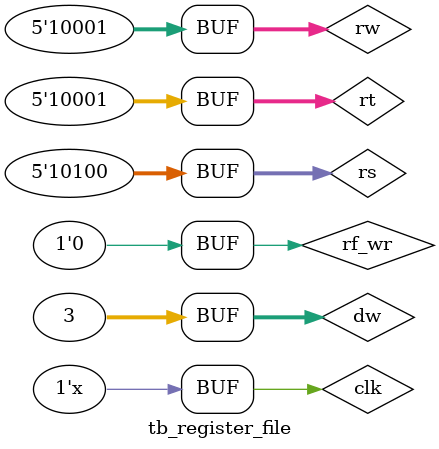
<source format=v>
`timescale 1ns / 1ps

module tb_register_file;

	// Inputs
	reg [4:0] rs;
	reg [4:0] rt;
	reg [31:0] dw;
	reg [4:0] rw;
	reg rf_wr;
	reg clk;

	// Outputs
	wire [31:0] crs;
	wire [31:0] crt;

	// Instantiate the Unit Under Test (UUT)
	Register_File uut (
		.rs(rs), 
		.rt(rt), 
		.dw(dw), 
		.rw(rw), 
		.rf_wr(rf_wr), 
		.clk(clk), 
		.crs(crs), 
		.crt(crt)
	);
	
	initial begin
		// Initialize Inputs
		rs = 0;
		rt = 0;
		dw = 0;
		rw = 0;
		rf_wr = 0;
		clk = 0;
		// Wait 100 ns for global reset to finish
		#100;
	end
	
	always begin
		#10  clk = ~clk;
	end
	
	always
	begin
		#100;
			rf_wr = 'b1;
			rs = 5'b10100;
			rt = 5'b00000;
			dw = 32'b11110101;
			rw = 5'b10100;
		#100;
			rf_wr = 'b0;
		#100;
			rf_wr = 'b0;
			rs = 5'b00000;
			rt = 5'b10100;
			dw = 32'b11110101;
			rw = 5'b10100;
		#100;
			rf_wr = 'b1;
			rs = 5'b11111;
			rt = 5'b00010;
			dw = 32'b000000011;
			rw = 5'b10001;
		#100;
			rf_wr = 'b0;
			rs = 5'b10100;
			rt = 5'b10001;
			dw = 32'b000000011;
			rw = 5'b10001;
		#300;
		  
	end
      
endmodule


</source>
